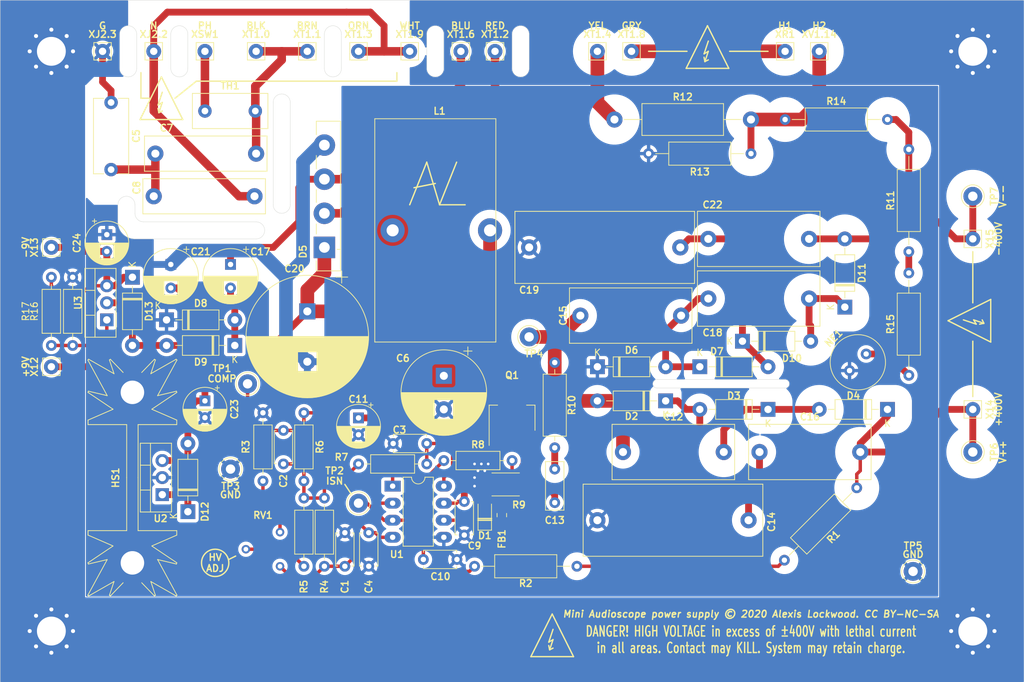
<source format=kicad_pcb>
(kicad_pcb (version 20221018) (generator pcbnew)
  (layers (0 "F.Cu" signal) (31 "B.Cu" signal) (34 "B.Paste" user) (35 "F.Paste" user) (36 "B.SilkS" user "B.Silkscreen") (37 "F.SilkS" user "F.Silkscreen") (38 "B.Mask" user) (39 "F.Mask" user) (44 "Edge.Cuts" user))
  (net 0 "")
  (net 1 "Net-(C2-Pad2)")
  (net 2 "GND")
  (net 3 "Net-(C3-Pad1)")
  (net 4 "+15UNREG")
  (net 5 "Net-(C10-Pad1)")
  (net 6 "Net-(C13-Pad1)")
  (net 7 "+9V")
  (net 8 "Net-(C21-Pad2)")
  (net 9 "Net-(C24-Pad2)")
  (net 10 "Net-(FB1-Pad1)")
  (net 11 "/NEUT")
  (net 12 "/LINE")
  (net 13 "/X2_CENT")
  (net 14 "/LINE_NTC")
  (net 15 "/H2")
  (net 16 "/H1")
  (net 17 "/H2_2")
  (net 18 "/MULT1_400")
  (net 19 "/VSW")
  (net 20 "/SNUB")
  (net 21 "/MULT2_250")
  (net 22 "/+400V")
  (net 23 "/MULT5_250")
  (net 24 "/MULT3_400")
  (net 25 "/MULT4_250")
  (net 26 "/-400V")
  (net 27 "/HALFFB_250")
  (net 28 "Net-(C1-Pad1)")
  (net 29 "Net-(C2-Pad1)")
  (net 30 "Net-(C4-Pad1)")
  (net 31 "Net-(C17-Pad2)")
  (net 32 "Net-(C17-Pad1)")
  (net 33 "Net-(C23-Pad1)")
  (net 34 "Net-(D1-Pad1)")
  (net 35 "Net-(D5-Pad2)")
  (net 36 "Net-(NE1-Pad1)")
  (net 37 "Net-(R3-Pad2)")
  (net 38 "Net-(R5-Pad2)")
  (net 39 "/NEON_250")
  (net 40 "Net-(R16-Pad2)")
  (footprint "Resistor_THT:R_Axial_DIN0309_L9.0mm_D3.2mm_P15.24mm_Horizontal" (layer "F.Cu") (at 96.012 109.728)
    (fp_text reference "R2")
    (fp_text value "330k/½W")
  )
  (footprint "MountingHole:MountingHole_4.3mm_M4_Pad_Via" (layer "F.Cu") (at 170.18 119.38)
    (fp_text reference "H3" hide)
    (fp_text value "GND")
  )
  (footprint "Capacitor_THT:CP_Radial_D6.3mm_P2.50mm" (layer "F.Cu") (at 78.74 87.63 -90)
    (fp_text reference "C11")
    (fp_text value "47u")
  )
  (footprint "Diode_THT:D_DO-41_SOD81_P10.16mm_Horizontal" (layer "F.Cu") (at 135.89 76.2)
    (fp_text reference "D10")
    (fp_text value "UF4007")
  )
  (footprint "Resistor_THT:R_Axial_DIN0207_L6.3mm_D2.5mm_P10.16mm_Horizontal" (layer "F.Cu") (at 91.44 93.98)
    (fp_text reference "R8")
    (fp_text value "1k")
  )
  (footprint "Diode_THT:D_DO-41_SOD81_P10.16mm_Horizontal" (layer "F.Cu") (at 53.34 101.6 90)
    (fp_text reference "D12")
    (fp_text value "1N4004")
  )
  (footprint "Diode_THT:Diode_Bridge_Vishay_GBU" (layer "F.Cu") (at 73.66 62.23 90)
    (fp_text reference "D5")
    (fp_text value "GBU4J")
  )
  (footprint "Diode_THT:D_DO-41_SOD81_P10.16mm_Horizontal" (layer "F.Cu") (at 124.46 85.09 180)
    (fp_text reference "D2")
    (fp_text value "UF4007")
  )
  (footprint "TestPoint:TestPoint_Loop_D2.60mm_Drill1.4mm_Beaded" (layer "F.Cu") (at 59.69 95.25)
    (fp_text reference "TP3")
    (fp_text value "GND")
  )
  (footprint "Diode_THT:D_DO-41_SOD81_P10.16mm_Horizontal" (layer "F.Cu") (at 157.48 86.36 180)
    (fp_text reference "D4")
    (fp_text value "UF4007")
  )
  (footprint "Capacitor_THT:C_Rect_L26.5mm_W10.5mm_P22.50mm_MKS4" (layer "F.Cu") (at 114.3 102.87)
    (fp_text reference "C14")
    (fp_text value "3u3/450")
  )
  (footprint "Connector_Pin:Pin_D1.1mm_L8.5mm_W2.5mm_FlatFork" (layer "F.Cu") (at 170.18 86.36)
    (fp_text reference "X14")
    (fp_text value "+400V")
  )
  (footprint "Package_TO_SOT_THT:TO-220-3_Vertical" (layer "F.Cu") (at 41.275 73.025 90)
    (fp_text reference "U3")
    (fp_text value "LM337")
  )
  (footprint "Resistor_THT:R_Axial_DIN0309_L9.0mm_D3.2mm_P15.24mm_Horizontal" (layer "F.Cu") (at 160.655 81.28 90)
    (fp_text reference "R15")
    (fp_text value "220k/HW")
  )
  (footprint "Connector_Pin:Pin_D1.1mm_L8.5mm_W2.5mm_FlatFork" (layer "F.Cu") (at 63.5 33.02)
    (fp_text reference "XT1.0")
    (fp_text value "BLK")
  )
  (footprint "Connector_Pin:Pin_D1.1mm_L8.5mm_W2.5mm_FlatFork" (layer "F.Cu") (at 86.36 33.02)
    (fp_text reference "XT1.9")
    (fp_text value "WHT")
  )
  (footprint "Resistor_THT:R_Axial_DIN0207_L6.3mm_D2.5mm_P10.16mm_Horizontal" (layer "F.Cu") (at 36.195 66.675 -90)
    (fp_text reference "R16")
    (fp_text value "750")
  )
  (footprint "Resistor_THT:R_Axial_DIN0207_L6.3mm_D2.5mm_P10.16mm_Horizontal" (layer "F.Cu") (at 33.02 66.675 -90)
    (fp_text reference "R17")
    (fp_text value "120")
  )
  (footprint "Connector_Pin:Pin_D1.1mm_L8.5mm_W2.5mm_FlatFork" (layer "F.Cu") (at 119.38 33.02)
    (fp_text reference "XT1.8")
    (fp_text value "GRY")
  )
  (footprint "Connector_Pin:Pin_D1.1mm_L8.5mm_W2.5mm_FlatFork" (layer "F.Cu") (at 33.02 62.23)
    (fp_text reference "X13")
    (fp_text value "-9V")
  )
  (footprint "Resistor_THT:R_Axial_DIN0309_L9.0mm_D3.2mm_P15.24mm_Horizontal" (layer "F.Cu") (at 160.655 62.865 90)
    (fp_text reference "R11")
    (fp_text value "270k/HW")
  )
  (footprint "Inductor_THT:L_Toroid_Vertical_L33.0mm_W17.8mm_P12.70mm_Pulse_KM-5" (layer "F.Cu") (at 83.82 59.69 90)
    (fp_text reference "L1")
    (fp_text value "150u/5A")
  )
  (footprint "Connector_Pin:Pin_D1.1mm_L8.5mm_W2.5mm_FlatFork" (layer "F.Cu") (at 99.06 33.02)
    (fp_text reference "XT1.2")
    (fp_text value "RED")
  )
  (footprint "Capacitor_THT:C_Rect_L18.0mm_W8.0mm_P15.00mm_FKS3_FKP3" (layer "F.Cu") (at 118.11 92.71)
    (fp_text reference "C12")
    (fp_text value "1u/450")
  )
  (footprint "Resistor_THT:R_Axial_DIN0309_L9.0mm_D3.2mm_P12.70mm_Horizontal" (layer "F.Cu") (at 107.95 79.375 -90)
    (fp_text reference "R10")
    (fp_text value "1k5/½W")
  )
  (footprint "Capacitor_THT:CP_Radial_D12.5mm_P5.00mm" (layer "F.Cu") (at 91.44 81.36 -90)
    (fp_text reference "C6")
    (fp_text value "470u")
  )
  (footprint "Resistor_THT:R_Axial_DIN0207_L6.3mm_D2.5mm_P10.16mm_Horizontal" (layer "F.Cu") (at 88.9 94.488 180)
    (fp_text reference "R7")
    (fp_text value "3k3")
  )
  (footprint "Connector_Pin:Pin_D1.1mm_L8.5mm_W2.5mm_FlatFork" (layer "F.Cu") (at 55.88 33.02)
    (fp_text reference "XSW1")
    (fp_text value "PH")
  )
  (footprint "Capacitor_THT:CP_Radial_D8.0mm_P3.50mm" (layer "F.Cu") (at 59.69 64.77 -90)
    (fp_text reference "C17")
    (fp_text value "220u")
  )
  (footprint "Diode_THT:D_DO-41_SOD81_P10.16mm_Horizontal" (layer "F.Cu") (at 50.165 73.025)
    (fp_text reference "D8")
    (fp_text value "1N4007")
  )
  (footprint "Connector_Pin:Pin_D1.1mm_L8.5mm_W2.5mm_FlatFork" (layer "F.Cu") (at 114.3 33.02)
    (fp_text reference "XT1.4")
    (fp_text value "YEL")
  )
  (footprint "TestPoint:TestPoint_Loop_D2.60mm_Drill1.4mm_Beaded" (layer "F.Cu") (at 170.18 54.61)
    (fp_text reference "TP7")
    (fp_text value "V--")
  )
  (footprint "Heatsink:Heatsink_Fischer_SK104-STCB_35x13mm__2xDrill3.5mm_ScrewM3" (layer "F.Cu") (at 45.085 96.52 90)
    (fp_text reference "HS1")
    (fp_text value "513102B02500G")
  )
  (footprint "mini-audioscope:stock_pot" (layer "F.Cu") (at 67.056 109.728)
    (fp_text reference "RV1")
    (fp_text value "500")
  )
  (footprint "Capacitor_THT:C_Rect_L18.0mm_W8.0mm_P15.00mm_FKS3_FKP3" (layer "F.Cu") (at 111.76 72.39)
    (fp_text reference "C15")
    (fp_text value "1u/450")
  )
  (footprint "Capacitor_THT:C_Rect_L18.0mm_W8.0mm_P15.00mm_FKS3_FKP3" (layer "F.Cu") (at 130.81 60.96)
    (fp_text reference "C22")
    (fp_text value "1u/450")
  )
  (footprint "Connector_Pin:Pin_D1.1mm_L8.5mm_W2.5mm_FlatFork" (layer "F.Cu") (at 33.02 80.01)
    (fp_text reference "X12")
    (fp_text value "+9V")
  )
  (footprint "MountingHole:MountingHole_4.3mm_M4_Pad_Via" (layer "F.Cu") (at 33.02 119.38)
    (fp_text reference "H2" hide)
    (fp_text value "GND")
  )
  (footprint "Inductor_SMD:L_0805_2012Metric_Pad1.15x1.40mm_HandSolder" (layer "F.Cu") (at 100.076 102.108 90)
    (fp_text reference "FB1")
    (fp_text value "742792023")
  )
  (footprint "Capacitor_THT:C_Rect_L18.0mm_W8.0mm_P15.00mm_FKS3_FKP3" (layer "F.Cu") (at 130.81 69.85)
    (fp_text reference "C18")
    (fp_text value "1u/450")
  )
  (footprint "Resistor_THT:R_Axial_DIN0309_L9.0mm_D3.2mm_P15.24mm_Horizontal" (layer "F.Cu") (at 142.24 43.18)
    (fp_text reference "R14")
    (fp_text value "220k/HW")
  )
  (footprint "Capacitor_THT:C_Disc_D4.7mm_W2.5mm_P5.00mm" (layer "F.Cu") (at 80.264 104.728 -90)
    (fp_text reference "C4")
    (fp_text value "4n7")
  )
  (footprint "Capacitor_THT:C_Rect_L18.0mm_W5.0mm_P15.00mm_FKS3_FKP3" (layer "F.Cu") (at 48.26 54.61)
    (fp_text reference "C8")
    (fp_text value "47n/X2")
  )
  (footprint "Connector_Pin:Pin_D1.1mm_L8.5mm_W2.5mm_FlatFork" (layer "F.Cu") (at 142.24 33.02)
    (fp_text reference "XR1")
    (fp_text value "H1")
  )
  (footprint "TestPoint:TestPoint_Loop_D2.60mm_Drill1.4mm_Beaded" (layer "F.Cu") (at 62.23 82.55)
    (fp_text reference "TP1")
    (fp_text value "COMP")
  )
  (footprint "Connector_Pin:Pin_D1.1mm_L8.5mm_W2.5mm_FlatFork" (layer "F.Cu") (at 147.32 33.02)
    (fp_text reference "XV1.14")
    (fp_text value "H2")
  )
  (footprint "Connector_Pin:Pin_D1.1mm_L8.5mm_W2.5mm_FlatFork" (layer "F.Cu") (at 170.18 60.96)
    (fp_text reference "X15")
    (fp_text value "-400V")
  )
  (footprint "Capacitor_THT:CP_Radial_D6.3mm_P2.50mm" (layer "F.Cu") (at 55.88 85.09 -90)
    (fp_text reference "C23")
    (fp_text value "47u")
  )
  (footprint "MountingHole:MountingHole_4.3mm_M4_Pad_Via" (layer "F.Cu") (at 33.02 33.02)
    (fp_text reference "H1" hide)
    (fp_text value "GND")
  )
  (footprint "TestPoint:TestPoint_Loop_D2.60mm_Drill1.4mm_Beaded" (layer "F.Cu") (at 104.14 75.565)
    (fp_text reference "TP4")
    (fp_text value "VSW")
  )
  (footprint "Resistor_THT:R_Axial_DIN0207_L6.3mm_D2.5mm_P10.16mm_Horizontal" (layer "F.Cu") (at 73.66 99.568 -90)
    (fp_text reference "R4")
    (fp_text value "10k")
  )
  (footprint "Diode_THT:D_DO-41_SOD81_P10.16mm_Horizontal" (layer "F.Cu") (at 114.3 80.01)
    (fp_text reference "D6")
    (fp_text value "UF4007")
  )
  (footprint "Connector_Pin:Pin_D1.1mm_L8.5mm_W2.5mm_FlatFork" (layer "F.Cu") (at 71.12 33.02)
    (fp_text reference "XT1.1")
    (fp_text value "BRN")
  )
  (footprint "Resistor_THT:R_Axial_DIN0207_L6.3mm_D2.5mm_P10.16mm_Horizontal" (layer "F.Cu") (at 70.612 99.568 -90)
    (fp_text reference "R5")
    (fp_text value "3k3")
  )
  (footprint "Diode_SMD:D_SOD-123" (layer "F.Cu") (at 97.536 102.108 90)
    (fp_text reference "D1")
    (fp_text value "MBR0540")
  )
  (footprint "Resistor_THT:R_Axial_DIN0309_L9.0mm_D3.2mm_P15.24mm_Horizontal" (layer "F.Cu") (at 137.16 48.26 180)
    (fp_text reference "R13")
    (fp_text value "680k/HW")
  )
  (footprint "Package_TO_SOT_THT:TO-220-3_Vertical" (layer "F.Cu") (at 49.53 99.06 90)
    (fp_text reference "U2")
    (fp_text value "7809")
  )
  (footprint "Capacitor_THT:C_Disc_D4.7mm_W2.5mm_P5.00mm" (layer "F.Cu") (at 88.9 91.44 180)
    (fp_text reference "C3")
    (fp_text value "100n")
  )
  (footprint "Resistor_THT:R_Axial_DIN0414_L11.9mm_D4.5mm_P20.32mm_Horizontal" (layer "F.Cu") (at 116.84 43.18)
    (fp_text reference "R12")
    (fp_text value "3R9/1W")
  )
  (footprint "TestPoint:TestPoint_Loop_D2.60mm_Drill1.4mm_Beaded" (layer "F.Cu") (at 161.29 110.49)
    (fp_text reference "TP5")
    (fp_text value "GND")
  )
  (footprint "Connector_Pin:Pin_D1.1mm_L8.5mm_W2.5mm_FlatFork" (layer "F.Cu") (at 40.64 33.02)
    (fp_text reference "XJ2.3")
    (fp_text value "G")
  )
  (footprint "Capacitor_THT:C_Disc_D7.0mm_W2.5mm_P5.00mm" (layer "F.Cu") (at 107.95 100.25 90)
    (fp_text reference "C13")
    (fp_text value "100p/500V")
  )
  (footprint "Connector_Pin:Pin_D1.1mm_L8.5mm_W2.5mm_FlatFork" (layer "F.Cu") (at 78.74 33.02)
    (fp_text reference "XT1.3")
    (fp_text value "ORN")
  )
  (footprint "Diode_THT:D_DO-41_SOD81_P10.16mm_Horizontal" (layer "F.Cu") (at 60.325 76.835 180)
    (fp_text reference "D9")
    (fp_text value "1N4007")
  )
  (footprint "Package_DIP:DIP-8_W7.62mm_LongPads" (layer "F.Cu") (at 83.82 97.79)
    (fp_text reference "U1")
    (fp_text value "UC3843")
  )
  (footprint "Connector_Pin:Pin_D1.1mm_L8.5mm_W2.5mm_FlatFork" (layer "F.Cu") (at 48.26 33.02)
    (fp_text reference "XJ2.2")
    (fp_text value "N")
  )
  (footprint "Capacitor_THT:C_Disc_D4.7mm_W2.5mm_P5.00mm" (layer "F.Cu") (at 67.564 94.488 90)
    (fp_text reference "C2")
    (fp_text value "470p")
  )
  (footprint "Capacitor_THT:C_Disc_D4.7mm_W2.5mm_P5.00mm" (layer "F.Cu") (at 88.392 108.712)
    (fp_text reference "C10")
    (fp_text value "100p")
  )
  (footprint "Capacitor_THT:CP_Radial_D18.0mm_P7.50mm" (layer "F.Cu") (at 71.12 71.755 -90)
    (fp_text reference "C20")
    (fp_text value "3300u")
  )
  (footprint "Capacitor_THT:C_Rect_L18.0mm_W5.0mm_P15.00mm_FKS3_FKP3" (layer "F.Cu") (at 63.5 48.26 180)
    (fp_text reference "C7")
    (fp_text value "47n/X2")
  )
  (footprint "Resistor_THT:R_Axial_DIN0309_L9.0mm_D3.2mm_P15.24mm_Horizontal" (layer "F.Cu") (at 152.908 98.044 -135)
    (fp_text reference "R1")
    (fp_text value "330k/½W")
  )
  (footprint "Capacitor_THT:C_Disc_D11.0mm_W5.0mm_P7.50mm" (layer "F.Cu") (at 55.88 41.91)
    (fp_text reference "TH1")
    (fp_text value "60/800mA")
  )
  (footprint "TestPoint:TestPoint_Loop_D2.60mm_Drill1.4mm_Beaded" (layer "F.Cu") (at 78.74 100.33)
    (fp_text reference "TP2")
    (fp_text value "ISN")
  )
  (footprint "Capacitor_THT:C_Rect_L26.5mm_W10.5mm_P22.50mm_MKS4" (layer "F.Cu") (at 104.14 62.23)
    (fp_text reference "C19")
    (fp_text value "3u3/450")
  )
  (footprint "Resistor_SMD:R_2512_6332Metric_Pad1.52x3.35mm_HandSolder" (layer "F.Cu") (at 100.6445 97.536 180)
    (fp_text reference "R9")
    (fp_text value "0R27/1W")
  )
  (footprint "Connector_Pin:Pin_D1.1mm_L8.5mm_W2.5mm_FlatFork" (layer "F.Cu") (at 93.98 33.02)
    (fp_text reference "XT1.6")
    (fp_text value "BLU")
  )
  (footprint "Capacitor_THT:C_Disc_D4.7mm_W2.5mm_P5.00mm" (layer "F.Cu") (at 94.488 100.076 -90)
    (fp_text reference "C9")
    (fp_text value "100n")
  )
  (footprint "Capacitor_THT:C_Disc_D11.0mm_W5.0mm_P10.00mm" (layer "F.Cu") (at 41.91 40.64 -90)
    (fp_text reference "C5")
    (fp_text value "2n2/Y2")
  )
  (footprint "Capacitor_THT:C_Radial_D8.0mm_H11.5mm_P3.50mm" (layer "F.Cu") (at 154.305 78.105 -135)
    (fp_text reference "NE1")
    (fp_text value "A9A")
  )
  (footprint "Resistor_THT:R_Axial_DIN0207_L6.3mm_D2.5mm_P10.16mm_Horizontal" (layer "F.Cu") (at 70.612 86.868 -90)
    (fp_text reference "R6")
    (fp_text value "150k")
  )
  (footprint "Diode_THT:D_DO-41_SOD81_P10.16mm_Horizontal" (layer "F.Cu") (at 139.7 86.36 180)
    (fp_text reference "D3")
    (fp_text value "UF4007")
  )
  (footprint "Package_TO_SOT_SMD:SOT-223-3_TabPin2" (layer "F.Cu") (at 101.6 87.63 90)
    (fp_text reference "Q1")
    (fp_text value "IPN70R1K5CE")
  )
  (footprint "Diode_THT:D_DO-41_SOD81_P10.16mm_Horizontal" (layer "F.Cu") (at 151.13 71.12 90)
    (fp_text reference "D11")
    (fp_text value "UF4007")
  )
  (footprint "Resistor_THT:R_Axial_DIN0207_L6.3mm_D2.5mm_P10.16mm_Horizontal" (layer "F.Cu") (at 64.516 86.868 -90)
    (fp_text reference "R3")
    (fp_text value "3k9")
  )
  (footprint "Capacitor_THT:CP_Radial_D6.3mm_P2.50mm" (layer "F.Cu") (at 41.275 60.325 -90)
    (fp_text reference "C24")
    (fp_text value "47u")
  )
  (footprint "Capacitor_THT:C_Disc_D4.7mm_W2.5mm_P5.00mm" (layer "F.Cu") (at 76.708 109.728 90)
    (fp_text reference "C1")
    (fp_text value "100p")
  )
  (footprint "Capacitor_THT:CP_Radial_D8.0mm_P3.50mm" (layer "F.Cu") (at 50.8 64.77 -90)
    (fp_text reference "C21")
    (fp_text value "220u")
  )
  (footprint "MountingHole:MountingHole_4.3mm_M4_Pad_Via" (layer "F.Cu") (at 170.18 33.02)
    (fp_text reference "H4" hide)
    (fp_text value "GND")
  )
  (footprint "Diode_THT:D_DO-41_SOD81_P10.16mm_Horizontal" (layer "F.Cu") (at 129.54 80.01)
    (fp_text reference "D7")
    (fp_text value "UF4007")
  )
  (footprint "Diode_THT:D_DO-41_SOD81_P10.16mm_Horizontal" (layer "F.Cu") (at 45.085 66.675 -90)
    (fp_text reference "D13")
    (fp_text value "1N4004")
  )
  (footprint "Capacitor_THT:C_Rect_L18.0mm_W8.0mm_P15.00mm_FKS3_FKP3" (layer "F.Cu") (at 138.43 92.71)
    (fp_text reference "C16")
    (fp_text value "1u/450")
  )
  (footprint "TestPoint:TestPoint_Loop_D2.60mm_Drill1.4mm_Beaded" (layer "F.Cu") (at 170.18 92.71)
    (fp_text reference "TP6")
    (fp_text value "V++")
  )
  (gr_line (start 130.175 33.909) (end 130.302 34.544) (stroke (width 0.2032)) (layer "F.SilkS"))
  (gr_line (start 170.307 73.025) (end 171.831 73.533) (stroke (width 0.2032)) (layer "F.SilkS"))
  (gr_line (start 130.683 29.21) (end 133.858 35.56) (stroke (width 0.2032)) (layer "F.SilkS"))
  (gr_line (start 86.36 55.88) (end 88.9 49.53) (stroke (width 0.2032)) (layer "F.SilkS"))
  (gr_line (start 88.9 49.53) (end 90.805 55.88) (stroke (width 0.2032)) (layer "F.SilkS"))
  (gr_line (start 130.81 33.02) (end 130.302 34.544) (stroke (width 0.2032)) (layer "F.SilkS"))
  (gr_line (start 130.81 34.29) (end 130.302 34.544) (stroke (width 0.2032)) (layer "F.SilkS"))
  (gr_line (start 96.52 102.616) (end 98.552 102.616) (stroke (width 0.2032)) (layer "F.SilkS"))
  (gr_line (start 49.53 39.116) (end 48.895 41.021) (stroke (width 0.2032)) (layer "F.SilkS"))
  (gr_line (start 127.508 35.56) (end 130.683 29.21) (stroke (width 0.2032)) (layer "F.SilkS"))
  (gr_line (start 84.455 37.465) (end 84.455 36.195) (stroke (width 0.2032)) (layer "F.SilkS"))
  (gr_line (start 51.435 40.005) (end 54.61 37.465) (stroke (width 0.2032)) (layer "F.SilkS"))
  (gr_line (start 130.175 33.401) (end 130.81 33.02) (stroke (width 0.2032)) (layer "F.SilkS"))
  (gr_line (start 172.847 69.977) (end 172.847 76.327) (stroke (width 0.2032)) (layer "F.SilkS"))
  (gr_line (start 110.744 123.19) (end 104.394 123.19) (stroke (width 0.2032)) (layer "F.SilkS"))
  (gr_line (start 107.569 116.84) (end 110.744 123.19) (stroke (width 0.2032)) (layer "F.SilkS"))
  (gr_line (start 52.578 43.18) (end 46.228 43.18) (stroke (width 0.2032)) (layer "F.SilkS"))
  (gr_line (start 46.228 43.18) (end 49.403 36.83) (stroke (width 0.2032)) (layer "F.SilkS"))
  (gr_line (start 171.196 73.66) (end 171.831 73.533) (stroke (width 0.2032)) (layer "F.SilkS"))
  (gr_line (start 170.18 62.865) (end 170.18 70.485) (stroke (width 0.2032)) (layer "F.SilkS"))
  (gr_line (start 48.895 41.021) (end 49.53 40.64) (stroke (width 0.2032)) (layer "F.SilkS"))
  (gr_line (start 133.858 35.56) (end 127.508 35.56) (stroke (width 0.2032)) (layer "F.SilkS"))
  (gr_line (start 90.805 55.88) (end 93.345 49.53) (stroke (width 0.2032)) (layer "F.SilkS"))
  (gr_line (start 107.061 121.031) (end 107.696 120.65) (stroke (width 0.2032)) (layer "F.SilkS"))
  (gr_line (start 54.61 37.465) (end 84.455 37.465) (stroke (width 0.2032)) (layer "F.SilkS"))
  (gr_line (start 48.895 41.529) (end 49.022 42.164) (stroke (width 0.2032)) (layer "F.SilkS"))
  (gr_line (start 107.696 119.126) (end 107.061 121.031) (stroke (width 0.2032)) (layer "F.SilkS"))
  (gr_line (start 107.696 121.92) (end 107.188 122.174) (stroke (width 0.2032)) (layer "F.SilkS"))
  (gr_line (start 90.805 55.88) (end 94.615 55.88) (stroke (width 0.2032)) (layer "F.SilkS"))
  (gr_line (start 46.355 40.005) (end 47.625 40.005) (stroke (width 0.2032)) (layer "F.SilkS"))
  (gr_line (start 170.688 73.66) (end 170.307 73.025) (stroke (width 0.2032)) (layer "F.SilkS"))
  (gr_line (start 121.92 33.02) (end 127.635 33.02) (stroke (width 0.2032)) (layer "F.SilkS"))
  (gr_line (start 107.696 120.65) (end 107.188 122.174) (stroke (width 0.2032)) (layer "F.SilkS"))
  (gr_line (start 96.52 102.87) (end 98.552 102.87) (stroke (width 0.2032)) (layer "F.SilkS"))
  (gr_line (start 104.394 123.19) (end 107.569 116.84) (stroke (width 0.2032)) (layer "F.SilkS"))
  (gr_line (start 59.436 108.712) (end 60.452 108.204) (stroke (width 0.2032)) (layer "F.SilkS"))
  (gr_line (start 107.061 121.539) (end 107.188 122.174) (stroke (width 0.2032)) (layer "F.SilkS"))
  (gr_line (start 168.783 73.025) (end 170.688 73.66) (stroke (width 0.2032)) (layer "F.SilkS"))
  (gr_line (start 86.995 53.34) (end 90.17 52.705) (stroke (width 0.2032)) (layer "F.SilkS"))
  (gr_line (start 76.708 97.536) (end 77.724 99.06) (stroke (width 0.2032)) (layer "F.SilkS"))
  (gr_line (start 166.497 73.152) (end 172.847 69.977) (stroke (width 0.2032)) (layer "F.SilkS"))
  (gr_line (start 172.847 76.327) (end 166.497 73.152) (stroke (width 0.2032)) (layer "F.SilkS"))
  (gr_line (start 170.18 76.2) (end 170.18 84.455) (stroke (width 0.2032)) (layer "F.SilkS"))
  (gr_line (start 133.985 33.02) (end 139.7 33.02) (stroke (width 0.2032)) (layer "F.SilkS"))
  (gr_line (start 49.53 41.91) (end 49.022 42.164) (stroke (width 0.2032)) (layer "F.SilkS"))
  (gr_line (start 171.577 73.025) (end 171.831 73.533) (stroke (width 0.2032)) (layer "F.SilkS"))
  (gr_circle (center 57.404 109.22) (end 57.404 107.188) (stroke (width 0.2032)) (fill none) (layer "F.SilkS"))
  (gr_line (start 49.53 40.64) (end 49.022 42.164) (stroke (width 0.2032)) (layer "F.SilkS"))
  (gr_line (start 130.81 31.496) (end 130.175 33.401) (stroke (width 0.2032)) (layer "F.SilkS"))
  (gr_line (start 49.403 36.83) (end 52.578 43.18) (stroke (width 0.2032)) (layer "F.SilkS"))
  (gr_line (start 46.355 36.195) (end 46.355 40.005) (stroke (width 0.2032)) (layer "F.SilkS"))
  (gr_arc (start 73.66 30.48) (mid 74.93 29.21) (end 76.2 30.48) (stroke (width 0.05)) (layer "Edge.Cuts"))
  (gr_arc (start 50.8 30.48) (mid 52.07 29.21) (end 53.34 30.48) (stroke (width 0.05)) (layer "Edge.Cuts"))
  (gr_line (start 45.72 30.48) (end 45.72 35.56) (stroke (width 0.05)) (layer "Edge.Cuts"))
  (gr_line (start 46.736 58.42) (end 63.5 58.42) (stroke (width 0.05)) (layer "Edge.Cuts"))
  (gr_arc (start 142.24 81.915) (mid 142.875 82.55) (end 142.24 83.185) (stroke (width 0.05)) (layer "Edge.Cuts"))
  (gr_line (start 25.4 25.4) (end 177.8 25.4) (stroke (width 0.05)) (layer "Edge.Cuts"))
  (gr_line (start 88.9 30.48) (end 88.9 35.56) (stroke (width 0.05)) (layer "Edge.Cuts"))
  (gr_line (start 63.5 60.96) (end 45.466 60.96) (stroke (width 0.05)) (layer "Edge.Cuts"))
  (gr_line (start 177.8 127) (end 25.4 127) (stroke (width 0.05)) (layer "Edge.Cuts"))
  (gr_line (start 43.18 30.48) (end 43.18 35.56) (stroke (width 0.05)) (layer "Edge.Cuts"))
  (gr_line (start 45.466 57.15) (end 45.466 55.88) (stroke (width 0.05)) (layer "Edge.Cuts"))
  (gr_line (start 66.04 40.64) (end 66.04 55.88) (stroke (width 0.05)) (layer "Edge.Cuts"))
  (gr_arc (start 76.2 35.56) (mid 74.93 36.83) (end 73.66 35.56) (stroke (width 0.05)) (layer "Edge.Cuts"))
  (gr_line (start 25.4 127) (end 25.4 25.4) (stroke (width 0.05)) (layer "Edge.Cuts"))
  (gr_arc (start 68.58 55.88) (mid 67.31 57.15) (end 66.04 55.88) (stroke (width 0.05)) (layer "Edge.Cuts"))
  (gr_line (start 123.19 81.915) (end 142.24 81.915) (stroke (width 0.05)) (layer "Edge.Cuts"))
  (gr_line (start 73.66 30.48) (end 73.66 35.56) (stroke (width 0.05)) (layer "Edge.Cuts"))
  (gr_arc (start 104.14 35.56) (mid 102.87 36.83) (end 101.6 35.56) (stroke (width 0.05)) (layer "Edge.Cuts"))
  (gr_line (start 76.2 30.48) (end 76.2 35.56) (stroke (width 0.05)) (layer "Edge.Cuts"))
  (gr_line (start 68.58 55.88) (end 68.58 40.64) (stroke (width 0.05)) (layer "Edge.Cuts"))
  (gr_line (start 50.8 30.48) (end 50.8 35.56) (stroke (width 0.05)) (layer "Edge.Cuts"))
  (gr_line (start 104.14 30.48) (end 104.14 35.56) (stroke (width 0.05)) (layer "Edge.Cuts"))
  (gr_line (start 53.34 30.48) (end 53.34 35.56) (stroke (width 0.05)) (layer "Edge.Cuts"))
  (gr_arc (start 46.736 58.42) (mid 45.837974 58.048026) (end 45.466 57.15) (stroke (width 0.05)) (layer "Edge.Cuts"))
  (gr_arc (start 45.466 60.96) (mid 43.669949 60.216051) (end 42.926 58.42) (stroke (width 0.05)) (layer "Edge.Cuts"))
  (gr_arc (start 123.19 83.185) (mid 122.555 82.55) (end 123.19 81.915) (stroke (width 0.05)) (layer "Edge.Cuts"))
  (gr_line (start 177.8 25.4) (end 177.8 127) (stroke (width 0.05)) (layer "Edge.Cuts"))
  (gr_arc (start 43.18 30.48) (mid 44.45 29.21) (end 45.72 30.48) (stroke (width 0.05)) (layer "Edge.Cuts"))
  (gr_arc (start 63.5 58.42) (mid 64.77 59.69) (end 63.5 60.96) (stroke (width 0.05)) (layer "Edge.Cuts"))
  (gr_line (start 101.6 30.48) (end 101.6 35.56) (stroke (width 0.05)) (layer "Edge.Cuts"))
  (gr_arc (start 42.926 55.88) (mid 44.196 54.61) (end 45.466 55.88) (stroke (width 0.05)) (layer "Edge.Cuts"))
  (gr_arc (start 66.04 40.64) (mid 67.31 39.37) (end 68.58 40.64) (stroke (width 0.05)) (layer "Edge.Cuts"))
  (gr_line (start 142.24 83.185) (end 123.19 83.185) (stroke (width 0.05)) (layer "Edge.Cuts"))
  (gr_arc (start 53.34 35.56) (mid 52.07 36.83) (end 50.8 35.56) (stroke (width 0.05)) (layer "Edge.Cuts"))
  (gr_line (start 42.926 58.42) (end 42.926 55.88) (stroke (width 0.05)) (layer "Edge.Cuts"))
  (gr_arc (start 45.72 35.56) (mid 44.45 36.83) (end 43.18 35.56) (stroke (width 0.05)) (layer "Edge.Cuts"))
  (gr_arc (start 101.6 30.48) (mid 102.87 29.21) (end 104.14 30.48) (stroke (width 0.05)) (layer "Edge.Cuts"))
  (gr_arc (start 91.44 35.56) (mid 90.17 36.83) (end 88.9 35.56) (stroke (width 0.05)) (layer "Edge.Cuts"))
  (gr_line (start 91.44 30.48) (end 91.44 35.56) (stroke (width 0.05)) (layer "Edge.Cuts"))
  (gr_arc (start 88.9 30.48) (mid 90.17 29.21) (end 91.44 30.48) (stroke (width 0.05)) (layer "Edge.Cuts"))
  (gr_text "HV\nADJ" (at 57.404 109.22) (layer "F.SilkS") (effects (font (size 1.016 1.016) (thickness 0.2032))))
  (gr_text "DANGER! HIGH VOLTAGE in excess of ±400V with lethal current\nin all areas. Contact may KILL. System may retain charge." (at 137.16 120.65) (layer "F.SilkS") (effects (font (size 1.524 1.016) (thickness 0.2032))))
  (gr_text "Mini Audioscope power supply © 2020 Alexis Lockwood. CC BY-NC-SA" (at 137.16 116.84) (layer "F.SilkS") (effects (font (size 1.016 1.016) (thickness 0.2032) italic)))
  (segment (start 83.82 93.98) (end 83.82 97.79) (width 0.508) (layer "F.Cu") (net 1))
  (segment (start 62.23 88.265) (end 62.23 82.55) (width 0.508) (layer "F.Cu") (net 1))
  (segment (start 81.28 91.44) (end 83.82 93.98) (width 0.508) (layer "F.Cu") (net 1))
  (segment (start 70.612 88.773) (end 69.897 89.488) (width 0.508) (layer "F.Cu") (net 1))
  (segment (start 69.897 89.488) (end 67.564 89.488) (width 0.508) (layer "F.Cu") (net 1))
  (segment (start 70.612 86.868) (end 70.612 88.773) (width 0.508) (layer "F.Cu") (net 1))
  (segment (start 63.453 89.488) (end 62.23 88.265) (width 0.508) (layer "F.Cu") (net 1))
  (segment (start 77.47 91.44) (end 81.28 91.44) (width 0.508) (layer "F.Cu") (net 1))
  (segment (start 70.612 86.868) (end 72.898 86.868) (width 0.508) (layer "F.Cu") (net 1))
  (segment (start 72.898 86.868) (end 77.47 91.44) (width 0.508) (layer "F.Cu") (net 1))
  (segment (start 67.564 89.488) (end 63.453 89.488) (width 0.508) (layer "F.Cu") (net 1))
  (segment (start 97.536 100.458) (end 97.536 97.657) (width 0.25) (layer "F.Cu") (net 2))
  (segment (start 41.91 38.862) (end 40.64 37.592) (width 1) (layer "F.Cu") (net 2))
  (segment (start 41.91 40.64) (end 41.91 38.862) (width 1) (layer "F.Cu") (net 2))
  (segment (start 40.64 37.592) (end 40.64 33.02) (width 1) (layer "F.Cu") (net 2))
  (segment (start 97.536 97.657) (end 97.657 97.536) (width 0.25) (layer "F.Cu") (net 2))
  (via (at 97.028 94.488) (size 0.8) (drill 0.4) (layers "F.Cu" "B.Cu") (net 2))
  (via (at 97.536 95.504) (size 0.8) (drill 0.4) (layers "F.Cu" "B.Cu") (net 2))
  (via (at 96.012 94.488) (size 0.8) (drill 0.4) (layers "F.Cu" "B.Cu") (net 2))
  (via (at 96.012 96.52) (size 0.8) (drill 0.4) (layers "F.Cu" "B.Cu") (net 2))
  (via (at 98.044 94.488) (size 0.8) (drill 0.4) (layers "F.Cu" "B.Cu") (net 2))
  (via (at 96.012 97.79) (size 0.8) (drill 0.4) (layers "F.Cu" "B.Cu") (net 2))
  (via (at 96.52 95.504) (size 0.8) (drill 0.4) (layers "F.Cu" "B.Cu") (net 2))
  (segment (start 63.969999 62.699999) (end 67.945 66.675) (width 2.032) (layer "B.Cu") (net 2))
  (segment (start 71.12 79.255) (end 71.12 82.55) (width 1.016) (layer "B.Cu") (net 2))
  (segment (start 50.8 64.77) (end 47.625 64.77) (width 1.016) (layer "B.Cu") (net 2))
  (segment (start 67.945 66.675) (end 67.945 76.08) (width 2.032) (layer "B.Cu") (net 2))
  (segment (start 67.945 76.08) (end 71.12 79.255) (width 2.032) (layer "B.Cu") (net 2))
  (segment (start 70.485 49.53) (end 70.485 64.135) (width 2.032) (layer "B.Cu") (net 2))
  (segment (start 50.8 64.77) (end 52.870001 62.699999) (width 2.032) (layer "B.Cu") (net 2))
  (segment (start 73.66 46.99) (end 73.025 46.99) (width 2.032) (layer "B.Cu") (net 2))
  (segment (start 52.870001 62.699999) (end 63.969999 62.699999) (width 2.032) (layer "B.Cu") (net 2))
  (segment (start 71.12 79.255) (end 74.81 79.255) (width 1.016) (layer "B.Cu") (net 2))
  (segment (start 73.025 46.99) (end 70.485 49.53) (width 2.032) (layer "B.Cu") (net 2))
  (segment (start 70.485 64.135) (end 67.945 66.675) (width 2.032) (layer "B.Cu") (net 2))
  (segment (start 92.748001 92.113001) (end 92.075 91.44) (width 0.508) (layer "F.Cu") (net 3))
  (segment (start 88.9 91.44) (end 88.9 94.488) (width 0.508) (layer "F.Cu") (net 3))
  (segment (start 91.44 97.79) (end 91.44 96.52) (width 0.508) (layer "F.Cu") (net 3))
  (segment (start 92.075 91.44) (end 88.9 91.44) (width 0.508) (layer "F.Cu") (net 3))
  (segment (start 92.748001 95.211999) (end 92.748001 92.113001) (width 0.508) (layer "F.Cu") (net 3))
  (segment (start 91.44 96.52) (end 92.748001 95.211999) (width 0.508) (layer "F.Cu") (net 3))
  (segment (start 71.12 71.755) (end 71.12 68.58) (width 2.032) (layer "F.Cu") (net 4))
  (segment (start 58.42 90.805) (end 53.34 95.885) (width 1.016) (layer "F.Cu") (net 4))
  (segment (start 71.12 68.58) (end 73.66 66.04) (width 2.032) (layer "F.Cu") (net 4))
  (segment (start 58.42 81.915) (end 58.42 90.805) (width 1.016) (layer "F.Cu") (net 4))
  (segment (start 76.835 71.755) (end 86.44 81.36) (width 2.032) (layer "F.Cu") (net 4))
  (segment (start 83.82 66.675) (end 83.82 59.69) (width 5.08) (layer "F.Cu") (net 4))
  (segment (start 53.34 99.06) (end 53.34 101.6) (width 1.016) (layer "F.Cu") (net 4))
  (segment (start 86.44 81.36) (end 91.44 81.36) (width 2.032) (layer "F.Cu") (net 4))
  (segment (start 91.44 74.295) (end 83.82 66.675) (width 5.08) (layer "F.Cu") (net 4))
  (segment (start 49.53 99.06) (end 53.34 99.06) (width 1.016) (layer "F.Cu") (net 4))
  (segment (start 91.44 81.36) (end 91.44 74.295) (width 5.08) (layer "F.Cu") (net 4))
  (segment (start 73.66 66.04) (end 73.66 62.23) (width 2.032) (layer "F.Cu") (net 4))
  (segment (start 71.12 71.755) (end 63.5 79.375) (width 1.016) (layer "F.Cu") (net 4))
  (segment (start 60.96 79.375) (end 58.42 81.915) (width 1.016) (layer "F.Cu") (net 4))
  (segment (start 63.5 79.375) (end 60.96 79.375) (width 1.016) (layer "F.Cu") (net 4))
  (segment (start 53.34 95.885) (end 53.34 99.06) (width 1.016) (layer "F.Cu") (net 4))
  (segment (start 71.12 71.755) (end 76.835 71.755) (width 2.032) (layer "F.Cu") (net 4))
  (segment (start 83.82 102.87) (end 88.265 102.87) (width 0.508) (layer "F.Cu") (net 5))
  (segment (start 82.55 102.87) (end 83.82 102.87) (width 0.508) (layer "F.Cu") (net 5))
  (segment (start 78.74 100.33) (end 80.01 100.33) (width 0.508) (layer "F.Cu") (net 5))
  (segment (start 88.392 97.028) (end 88.392 102.743) (width 0.508) (layer "F.Cu") (net 5))
  (segment (start 91.44 93.98) (end 88.392 97.028) (width 0.508) (layer "F.Cu") (net 5))
  (segment (start 88.392 102.743) (end 88.392 108.712) (width 0.508) (layer "F.Cu") (net 5))
  (segment (start 88.265 102.87) (end 88.392 102.743) (width 0.508) (layer "F.Cu") (net 5))
  (segment (start 80.01 100.33) (end 82.55 102.87) (width 0.508) (layer "F.Cu") (net 5))
  (segment (start 101.981 97.536) (end 101.6 97.155) (width 0.508) (layer "F.Cu") (net 6))
  (segment (start 101.6 97.155) (end 101.6 95.885) (width 0.508) (layer "F.Cu") (net 6))
  (segment (start 103.632 97.536) (end 101.981 97.536) (width 0.508) (layer "F.Cu") (net 6))
  (segment (start 103.9 90.78) (end 103.9 94.728) (width 2) (layer "F.Cu") (net 6))
  (segment (start 107.95 99.06) (end 106.426 97.536) (width 1) (layer "F.Cu") (net 6))
  (segment (start 107.95 100.25) (end 107.95 99.06) (width 1) (layer "F.Cu") (net 6))
  (segment (start 106.426 97.536) (end 103.632 97.536) (width 1) (layer "F.Cu") (net 6))
  (segment (start 103.632 94.996) (end 103.632 97.536) (width 2) (layer "F.Cu") (net 6))
  (segment (start 101.6 93.98) (end 101.6 95.885) (width 0.508) (layer "F.Cu") (net 6))
  (segment (start 103.9 94.728) (end 103.632 94.996) (width 2) (layer "F.Cu") (net 6))
  (segment (start 93.599 100.076) (end 93.345 100.33) (width 0.508) (layer "F.Cu") (net 7))
  (segment (start 82.55 87.63) (end 78.74 87.63) (width 1.016) (layer "F.Cu") (net 7))
  (segment (start 91.44 100.33) (end 93.345 100.33) (width 0.508) (layer "F.Cu") (net 7))
  (segment (start 94.488 100.076) (end 94.488 92.416146) (width 1.016) (layer "F.Cu") (net 7))
  (segment (start 94.488 91.44) (end 92.456 89.408) (width 1.016) (layer "F.Cu") (net 7))
  (segment (start 84.328 89.408) (end 82.55 87.63) (width 1.016) (layer "F.Cu") (net 7))
  (segment (start 94.488 92.416146) (end 94.488 91.44) (width 1.016) (layer "F.Cu") (net 7))
  (segment (start 92.456 89.408) (end 84.328 89.408) (width 1.016) (layer "F.Cu") (net 7))
  (segment (start 94.488 100.076) (end 93.599 100.076) (width 0.508) (layer "F.Cu") (net 7))
  (segment (start 51.76 68.27) (end 50.8 68.27) (width 1.016) (layer "F.Cu") (net 8))
  (segment (start 50.165 76.835) (end 52.07 76.835) (width 1.016) (layer "F.Cu") (net 8))
  (segment (start 53.34 69.85) (end 51.76 68.27) (width 1.016) (layer "F.Cu") (net 8))
  (segment (start 45.085 76.835) (end 50.165 76.835) (width 1.016) (layer "F.Cu") (net 8))
  (segment (start 45.085 71.755) (end 45.085 76.835) (width 1.016) (layer "F.Cu") (net 8))
  (segment (start 52.07 76.835) (end 53.34 75.565) (width 1.016) (layer "F.Cu") (net 8))
  (segment (start 43.815 70.485) (end 45.085 71.755) (width 1.016) (layer "F.Cu") (net 8))
  (segment (start 53.34 75.565) (end 53.34 69.85) (width 1.016) (layer "F.Cu") (net 8))
  (segment (start 41.275 70.485) (end 43.815 70.485) (width 1.016) (layer "F.Cu") (net 8))
  (segment (start 33.02 67.945) (end 34.29 69.215) (width 0.508) (layer "F.Cu") (net 9))
  (segment (start 36.155 62.825) (end 41.275 62.825) (width 1.016) (layer "F.Cu") (net 9))
  (segment (start 41.275 67.945) (end 41.275 62.825) (width 1.016) (layer "F.Cu") (net 9))
  (segment (start 37.465 69.215) (end 38.735 67.945) (width 0.508) (layer "F.Cu") (net 9))
  (segment (start 33.02 62.23) (end 35.56 62.23) (width 1.016) (layer "F.Cu") (net 9))
  (segment (start 35.56 62.23) (end 36.155 62.825) (width 1.016) (layer "F.Cu") (net 9))
  (segment (start 34.29 69.215) (end 37.465 69.215) (width 0.508) (layer "F.Cu") (net 9))
  (segment (start 41.275 67.945) (end 42.545 67.945) (width 1.016) (layer "F.Cu") (net 9))
  (segment (start 38.735 67.945) (end 41.275 67.945) (width 0.508) (layer "F.Cu") (net 9))
  (segment (start 42.545 67.945) (end 43.815 66.675) (width 1.016) (layer "F.Cu") (net 9))
  (segment (start 43.815 66.675) (end 45.085 66.675) (width 1.016) (layer "F.Cu") (net 9))
  (segment (start 33.02 66.675) (end 33.02 67.945) (width 0.508) (layer "F.Cu") (net 9))
  (segment (start 91.44 102.87) (end 94.615 102.87) (width 0.508) (layer "F.Cu") (net 10))
  (segment (start 100.076 104.394) (end 100.076 103.133) (width 0.508) (layer "F.Cu") (net 10))
  (segment (start 94.615 102.87) (end 96.52 104.775) (width 0.508) (layer "F.Cu") (net 10))
  (segment (start 96.52 104.775) (end 99.695 104.775) (width 0.508) (layer "F.Cu") (net 10))
  (segment (start 99.695 104.775) (end 100.076 104.394) (width 0.508) (layer "F.Cu") (net 10))
  (segment (start 86.36 33.02) (end 82.55 33.02) (width 1.27) (layer "F.Cu") (net 11))
  (segment (start 48.26 41.91) (end 60.96 54.61) (width 1.25) (layer "F.Cu") (net 11))
  (segment (start 80.52301 27.18301) (end 82.55 29.21) (width 1.016) (layer "F.Cu") (net 11))
  (segment (start 50.28699 27.18301) (end 48.26 29.21) (width 1.016) (layer "F.Cu") (net 11))
  (segment (start 60.96 54.61) (end 63.26 54.61) (width 1.25) (layer "F.Cu") (net 11))
  (segment (start 48.26 41.91) (end 48.26 33.02) (width 1.27) (layer "F.Cu") (net 11))
  (segment (start 82.55 33.02) (end 78.74 33.02) (width 1.27) (layer "F.Cu") (net 11))
  (segment (start 82.55 33.02) (end 82.55 29.21) (width 1.016) (layer "F.Cu") (net 11))
  (segment (start 76.95699 27.18301) (end 50.28699 27.18301) (width 1.016) (layer "F.Cu") (net 11))
  (segment (start 76.95699 27.18301) (end 80.52301 27.18301) (width 1.016) (layer "F.Cu") (net 11))
  (segment (start 48.26 29.21) (end 48.26 33.02) (width 1.016) (layer "F.Cu") (net 11))
  (segment (start 55.88 33.02) (end 55.88 41.91) (width 1.27) (layer "F.Cu") (net 12))
  (segment (start 48.1 50.64) (end 48.5 51.04) (width 1.25) (layer "F.Cu") (net 13))
  (segment (start 48.5 54.37) (end 48.26 54.61) (width 1.25) (layer "F.Cu") (net 13))
  (segment (start 41.91 50.64) (end 48.1 50.64) (width 1.25) (layer "F.Cu") (net 13))
  (segment (start 48.5 48.26) (end 48.5 51.04) (width 1.25) (layer "F.Cu") (net 13))
  (segment (start 48.5 51.04) (end 48.5 54.37) (width 1.25) (layer "F.Cu") (net 13))
  (segment (start 63.5 48.26) (end 63.5 42.03) (width 1.25) (layer "F.Cu") (net 14))
  (segment (start 67.31 33.02) (end 71.12 33.02) (width 1.27) (layer "F.Cu") (net 14))
  (segment (start 63.38 38.22) (end 67.31 34.29) (width 1.27) (layer "F.Cu") (net 14))
  (segment (start 63.5 42.03) (end 63.38 41.91) (width 1.25) (layer "F.Cu") (net 14))
  (segment (start 63.5 33.02) (end 67.31 33.02) (width 1.27) (layer "F.Cu") (net 14))
  (segment (start 67.31 34.29) (end 67.31 33.02) (width 1.27) (layer "F.Cu") (net 14))
  (segment (start 63.38 41.91) (end 63.38 38.22) (width 1.27) (layer "F.Cu") (net 14))
  (segment (start 114.3 33.02) (end 114.3 40.64) (width 2.032) (layer "F.Cu") (net 15))
  (segment (start 114.3 40.64) (end 116.84 43.18) (width 2.032) (layer "F.Cu") (net 15))
  (segment (start 119.38 33.02) (end 142.24 33.02) (width 2.032) (layer "F.Cu") (net 16))
  (segment (start 144.78 43.18) (end 142.24 43.18) (width 2.032) (layer "F.Cu") (net 17))
  (segment (start 137.16 43.18) (end 142.24 43.18) (width 2.032) (layer "F.Cu") (net 17))
  (segment (start 147.32 40.64) (end 144.78 43.18) (width 2.032) (layer "F.Cu") (net 17))
  (segment (start 137.16 43.18) (end 137.16 48.26) (width 1.016) (layer "F.Cu") (net 17))
  (segment (start 147.32 33.02) (end 147.32 40.64) (width 2.032) (layer "F.Cu") (net 17))
  (segment (start 139.7 86.36) (end 136.144 86.36) (width 1.016) (layer "F.Cu") (net 18))
  (segment (start 136.144 86.36) (end 133.11 89.394) (width 1.016) (layer "F.Cu") (net 18))
  (segment (start 139.7 86.36) (end 147.32 86.36) (width 1.016) (layer "F.Cu") (net 18))
  (segment (start 133.11 89.394) (end 133.11 92.71) (width 1.016) (layer "F.Cu") (net 18))
  (segment (start 107.315 75.565) (end 107.95 76.2) (width 2.032) (layer "F.Cu") (net 19))
  (segment (start 107.95 76.2) (end 111.76 72.39) (width 2.032) (layer "F.Cu") (net 19))
  (segment (start 118.11 86.36) (end 118.11 92.71) (width 2.032) (layer "F.Cu") (net 19))
  (segment (start 110.49 85.09) (end 114.3 85.09) (width 2.032) (layer "F.Cu") (net 19))
  (segment (start 104.14 75.565) (end 107.315 75.565) (width 2.032) (layer "F.Cu") (net 19))
  (segment (start 107.95 82.55) (end 110.49 85.09) (width 2.032) (layer "F.Cu") (net 19))
  (segment (start 116.84 85.09) (end 118.11 86.36) (width 2.032) (layer "F.Cu") (net 19))
  (segment (start 101.6 84.48) (end 106.02 84.48) (width 2.032) (layer "F.Cu") (net 19))
  (segment (start 106.02 84.48) (end 107.95 82.55) (width 2.032) (layer "F.Cu") (net 19))
  (segment (start 107.95 79.375) (end 107.95 76.2) (width 2.032) (layer "F.Cu") (net 19))
  (segment (start 98.32 59.69) (end 98.32 81.2) (width 2.032) (layer "F.Cu") (net 19))
  (segment (start 98.32 81.2) (end 101.6 84.48) (width 2.032) (layer "F.Cu") (net 19))
  (segment (start 107.95 82.55) (end 107.95 79.375) (width 2.032) (layer "F.Cu") (net 19))
  (segment (start 114.3 85.09) (end 116.84 85.09) (width 2.032) (layer "F.Cu") (net 19))
  (segment (start 107.95 92.075) (end 107.95 95.25) (width 1.016) (layer "F.Cu") (net 20))
  (segment (start 128.016 90.932) (end 128.016 95.504) (width 1.016) (layer "F.Cu") (net 21))
  (segment (start 129.54 86.36) (end 129.54 89.408) (width 1.016) (layer "F.Cu") (net 21))
  (segment (start 124.46 85.09) (end 126.238 85.09) (width 1.016) (layer "F.Cu") (net 21))
  (segment (start 136.8 98.912) (end 138.43 97.282) (width 1.016) (layer "F.Cu") (net 21))
  (segment (start 130.048 97.536) (end 128.016 95.504) (width 1.016) (layer "F.Cu") (net 21))
  (segment (start 138.43 97.282) (end 138.43 92.71) (width 1.016) (layer "F.Cu") (net 21))
  (segment (start 126.238 85.09) (end 127.508 86.36) (width 1.016) (layer "F.Cu") (net 21))
  (segment (start 135.424 97.536) (end 130.048 97.536) (width 1.016) (layer "F.Cu") (net 21))
  (segment (start 136.8 98.912) (end 135.424 97.536) (width 1.016) (layer "F.Cu") (net 21))
  (segment (start 129.54 89.408) (end 128.016 90.932) (width 1.016) (layer "F.Cu") (net 21))
  (segment (start 136.8 102.87) (end 136.8 98.912) (width 1.016) (layer "F.Cu") (net 21))
  (segment (start 127.508 86.36) (end 129.54 86.36) (width 1.016) (layer "F.Cu") (net 21))
  (segment (start 165.608 86.36) (end 170.18 86.36) (width 1.016) (layer "F.Cu") (net 22))
  (segment (start 153.43 92.71) (end 158.242 92.71) (width 1.016) (layer "F.Cu") (net 22))
  (segment (start 159.258 92.71) (end 165.608 86.36) (width 1.016) (layer "F.Cu") (net 22))
  (segment (start 153.43 95.49) (end 153.43 92.71) (width 0.508) (layer "F.Cu") (net 22))
  (segment (start 152.908 98.044) (end 152.908 96.012) (width 0.508) (layer "F.Cu") (net 22))
  (segment (start 158.242 92.71) (end 159.258 92.71) (width 1.016) (layer "F.Cu") (net 22))
  (segment (start 153.43 91.426) (end 154.94 89.916) (width 1.016) (layer "F.Cu") (net 22))
  (segment (start 157.48 87.376) (end 154.94 89.916) (width 1.016) (layer "F.Cu") (net 22))
  (segment (start 170.18 92.71) (end 170.18 86.36) (width 1.016) (layer "F.Cu") (net 22))
  (segment (start 152.908 96.012) (end 153.43 95.49) (width 0.508) (layer "F.Cu") (net 22))
  (segment (start 153.43 92.71) (end 153.43 91.426) (width 1.016) (layer "F.Cu") (net 22))
  (segment (start 157.48 86.36) (end 157.48 87.376) (width 1.016) (layer "F.Cu") (net 22))
  (segment (start 129.3 69.85) (end 126.76 72.39) (width 1) (layer "F.Cu") (net 23))
  (segment (start 124.46 80.01) (end 129.54 80.01) (width 1) (layer "F.Cu") (net 23))
  (segment (start 124.46 74.69) (end 126.76 72.39) (width 1) (layer "F.Cu") (net 23))
  (segment (start 130.81 69.85) (end 129.3 69.85) (width 1) (layer "F.Cu") (net 23))
  (segment (start 124.46 80.01) (end 124.46 74.69) (width 1) (layer "F.Cu") (net 23))
  (segment (start 149.86 69.85) (end 151.13 71.12) (width 1.016) (layer "F.Cu") (net 24))
  (segment (start 146.05 73.914) (end 145.81 73.674) (width 1.016) (layer "F.Cu") (net 24))
  (segment (start 146.05 76.2) (end 146.05 73.914) (width 1.016) (layer "F.Cu") (net 24))
  (segment (start 145.81 69.85) (end 149.86 69.85) (width 1.016) (layer "F.Cu") (net 24))
  (segment (start 145.81 73.674) (end 145.81 69.85) (width 1.016) (layer "F.Cu") (net 24))
  (segment (start 135.89 76.2) (end 139.7 80.01) (width 1.016) (layer "F.Cu") (net 25))
  (segment (start 135.89 63.246) (end 135.89 76.2) (width 1.016) (layer "F.Cu") (net 25))
  (segment (start 133.604 60.96) (end 135.89 63.246) (width 1.016) (layer "F.Cu") (net 25))
  (segment (start 130.81 60.96) (end 133.604 60.96) (width 1.016) (layer "F.Cu") (net 25))
  (segment (start 130.81 60.96) (end 127.91 60.96) (width 1.016) (layer "F.Cu") (net 25))
  (segment (start 127.91 60.96) (end 126.64 62.23) (width 1.016) (layer "F.Cu") (net 25))
  (segment (start 158.75 43.18) (end 157.48 43.18) (width 1.016) (layer "F.Cu") (net 26))
  (segment (start 145.81 60.96) (end 151.13 60.96) (width 1.016) (layer "F.Cu") (net 26))
  (segment (start 160.655 47.625) (end 160.655 45.085) (width 1.016) (layer "F.Cu") (net 26))
  (segment (start 170.18 60.96) (end 170.18 54.61) (width 1.016) (layer "F.Cu") (net 26))
  (segment (start 165.1 58.42) (end 160.655 58.42) (width 1.016) (layer "F.Cu") (net 26))
  (segment (start 167.64 60.96) (end 165.1 58.42) (width 1.016) (layer "F.Cu") (net 26))
  (segment (start 160.655 58.42) (end 157.988 58.42) (width 1.016) (layer "F.Cu") (net 26))
  (segment (start 155.448 60.96) (end 151.13 60.96) (width 1.016) (layer "F.Cu") (net 26))
  (segment (start 157.988 58.42) (end 155.448 60.96) (width 1.016) (layer "F.Cu") (net 26))
  (segment (start 170.18 60.96) (end 167.64 60.96) (width 1.016) (layer "F.Cu") (net 26))
  (segment (start 160.655 45.085) (end 158.75 43.18) (width 1.016) (layer "F.Cu") (net 26))
  (segment (start 160.655 47.625) (end 160.655 58.42) (width 1.016) (layer "F.Cu") (net 26))
  (segment (start 141.224 109.728) (end 142.131693 108.820307) (width 0.508) (layer "F.Cu") (net 27))
  (segment (start 111.252 109.728) (end 141.224 109.728) (width 0.508) (layer "F.Cu") (net 27))
  (segment (start 67.056 109.728) (end 69.088 111.76) (width 0.508) (layer "F.Cu") (net 28))
  (segment (start 86.36 110.49) (end 83.82 107.95) (width 0.508) (layer "F.Cu") (net 28))
  (segment (start 96.012 109.728) (end 95.25 110.49) (width 0.508) (layer "F.Cu") (net 28))
  (segment (start 69.088 111.76) (end 71.628 111.76) (width 0.508) (layer "F.Cu") (net 28))
  (segment (start 95.25 110.49) (end 86.36 110.49) (width 0.508) (layer "F.Cu") (net 28))
  (segment (start 73.66 109.728) (end 76.708 109.728) (width 0.508) (layer "F.Cu") (net 28))
  (segment (start 78.486 107.95) (end 76.708 109.728) (width 0.508) (layer "F.Cu") (net 28))
  (segment (start 83.82 107.95) (end 78.486 107.95) (width 0.508) (layer "F.Cu") (net 28))
  (segment (start 71.628 111.76) (end 73.66 109.728) (width 0.508) (layer "F.Cu") (net 28))
  (segment (start 81.915 100.33) (end 81.28 99.695) (width 0.508) (layer "F.Cu") (net 29))
  (segment (start 67.564 94.488) (end 69.723 94.488) (width 0.508) (layer "F.Cu") (net 29))
  (segment (start 80.01 92.71) (end 74.93 92.71) (width 0.508) (layer "F.Cu") (net 29))
  (segment (start 83.82 100.33) (end 81.915 100.33) (width 0.508) (layer "F.Cu") (net 29))
  (segment (start 74.93 92.71) (end 73.66 93.98) (width 0.508) (layer "F.Cu") (net 29))
  (segment (start 69.723 94.488) (end 70.612 95.377) (width 0.508) (layer "F.Cu") (net 29))
  (segment (start 70.612 95.377) (end 70.612 97.028) (width 0.508) (layer "F.Cu") (net 29))
  (segment (start 73.66 93.98) (end 73.66 99.568) (width 0.508) (layer "F.Cu") (net 29))
  (segment (start 81.28 93.98) (end 80.01 92.71) (width 0.508) (layer "F.Cu") (net 29))
  (segment (start 81.28 99.695) (end 81.28 93.98) (width 0.508) (layer "F.Cu") (net 29))
  (segment (start 70.612 97.028) (end 70.612 99.568) (width 0.508) (layer "F.Cu") (net 29))
  (segment (start 73.66 99.568) (end 70.612 99.568) (width 0.508) (layer "F.Cu") (net 29))
  (segment (start 80.264 104.728) (end 81.233 104.728) (width 0.508) (layer "F.Cu") (net 30))
  (segment (start 79.041 103.505) (end 80.264 104.728) (width 0.508) (layer "F.Cu") (net 30))
  (segment (start 76.2 101.6) (end 78.105 103.505) (width 0.508) (layer "F.Cu") (net 30))
  (segment (start 76.2 97.028) (end 76.2 101.6) (width 0.508) (layer "F.Cu") (net 30))
  (segment (start 81.915 105.41) (end 83.82 105.41) (width 0.508) (layer "F.Cu") (net 30))
  (segment (start 78.74 94.488) (end 76.2 97.028) (width 0.508) (layer "F.Cu") (net 30))
  (segment (start 78.105 103.505) (end 79.041 103.505) (width 0.508) (layer "F.Cu") (net 30))
  (segment (start 81.233 104.728) (end 81.915 105.41) (width 0.508) (layer "F.Cu") (net 30))
  (segment (start 59.69 68.27) (end 59.69 70.485) (width 1.016) (layer "F.Cu") (net 31))
  (segment (start 60.325 76.835) (end 60.325 73.025) (width 1.016) (layer "F.Cu") (net 31))
  (segment (start 60.325 71.12) (end 60.325 73.025) (width 1.016) (layer "F.Cu") (net 31))
  (segment (start 59.69 70.485) (end 60.325 71.12) (width 1.016) (layer "F.Cu") (net 31))
  (segment (start 73.66 52.07) (end 76.2 52.07) (width 1.27) (layer "F.Cu") (net 32))
  (segment (start 93.98 38.1) (end 93.98 33.02) (width 1.27) (layer "F.Cu") (net 32))
  (segment (start 76.2 52.07) (end 77.47 50.8) (width 1.27) (layer "F.Cu") (net 32))
  (segment (start 69.85 53.34) (end 69.85 58.42) (width 1.016) (layer "F.Cu") (net 32))
  (segment (start 59.69 63.5) (end 59.69 64.77) (width 1.016) (layer "F.Cu") (net 32))
  (segment (start 77.47 50.8) (end 77.47 40.64) (width 1.27) (layer "F.Cu") (net 32))
  (segment (start 92.71 39.37) (end 93.98 38.1) (width 1.27) (layer "F.Cu") (net 32))
  (segment (start 73.66 52.07) (end 71.12 52.07) (width 1.016) (layer "F.Cu") (net 32))
  (segment (start 69.85 58.42) (end 66.04 62.23) (width 1.016) (layer "F.Cu") (net 32))
  (segment (start 66.04 62.23) (end 60.96 62.23) (width 1.016) (layer "F.Cu") (net 32))
  (segment (start 77.47 40.64) (end 78.74 39.37) (width 1.27) (layer "F.Cu") (net 32))
  (segment (start 60.96 62.23) (end 59.69 63.5) (width 1.016) (layer "F.Cu") (net 32))
  (segment (start 71.12 52.07) (end 69.85 53.34) (width 1.016) (layer "F.Cu") (net 32))
  (segment (start 78.74 39.37) (end 92.71 39.37) (width 1.27) (layer "F.Cu") (net 32))
  (segment (start 33.02 80.01) (end 53.34 80.01) (width 1) (layer "F.Cu") (net 33))
  (segment (start 49.53 93.98) (end 52.832 93.98) (width 1) (layer "F.Cu") (net 33))
  (segment (start 52.832 93.98) (end 53.34 93.472) (width 1) (layer "F.Cu") (net 33))
  (segment (start 54.61 85.09) (end 55.88 85.09) (width 1) (layer "F.Cu") (net 33))
  (segment (start 53.34 86.36) (end 54.61 85.09) (width 1) (layer "F.Cu") (net 33))
  (segment (start 55.88 82.55) (end 55.88 85.09) (width 1) (layer "F.Cu") (net 33))
  (segment (start 53.34 91.44) (end 53.34 86.36) (width 1) (layer "F.Cu") (net 33))
  (segment (start 53.34 93.472) (end 53.34 91.44) (width 1) (layer "F.Cu") (net 33))
  (segment (start 53.34 80.01) (end 55.88 82.55) (width 1) (layer "F.Cu") (net 33))
  (segment (start 97.536 103.623) (end 100.076 101.083) (width 0.508) (layer "F.Cu") (net 34))
  (segment (start 100.076 95.631) (end 99.3 94.855) (width 0.508) (layer "F.Cu") (net 34))
  (segment (start 97.536 103.758) (end 97.536 103.623) (width 0.508) (layer "F.Cu") (net 34))
  (segment (start 99.3 94.855) (end 99.3 90.78) (width 0.508) (layer "F.Cu") (net 34))
  (segment (start 100.076 101.083) (end 100.076 95.631) (width 0.508) (layer "F.Cu") (net 34))
  (segment (start 80.01 53.34) (end 80.01 43.18) (width 1.27) (layer "F.Cu") (net 35))
  (segment (start 99.06 39.37) (end 99.06 33.02) (width 1.27) (layer "F.Cu") (net 35))
  (segment (start 73.66 57.15) (end 76.2 57.15) (width 1.27) (layer "F.Cu") (net 35))
  (segment (start 81.28 41.91) (end 96.52 41.91) (width 1.27) (layer "F.Cu") (net 35))
  (segment (start 76.2 57.15) (end 80.01 53.34) (width 1.27) (layer "F.Cu") (net 35))
  (segment (start 80.01 43.18) (end 81.28 41.91) (width 1.27) (layer "F.Cu") (net 35))
  (segment (start 96.52 41.91) (end 99.06 39.37) (width 1.27) (layer "F.Cu") (net 35))
  (segment (start 157.48 78.105) (end 160.655 81.28) (width 1) (layer "F.Cu") (net 36))
  (segment (start 154.305 78.105) (end 157.48 78.105) (width 1) (layer "F.Cu") (net 36))
  (segment (start 67.056 102.108) (end 64.516 99.568) (width 0.508) (layer "F.Cu") (net 37))
  (segment (start 64.516 99.568) (end 64.516 97.028) (width 0.508) (layer "F.Cu") (net 37))
  (segment (start 67.056 104.648) (end 67.056 102.108) (width 0.508) (layer "F.Cu") (net 37))
  (segment (start 68.072 107.188) (end 61.976 107.188) (width 0.508) (layer "F.Cu") (net 38))
  (segment (start 70.612 109.728) (end 68.072 107.188) (width 0.508) (layer "F.Cu") (net 38))
  (segment (start 160.655 62.865) (end 160.655 66.04) (width 1) (layer "F.Cu") (net 39))
  (segment (start 36.195 76.835) (end 39.37 76.835) (width 0.508) (layer "F.Cu") (net 40))
  (segment (start 39.37 76.835) (end 41.275 74.93) (width 0.508) (layer "F.Cu") (net 40))
  (segment (start 33.02 76.835) (end 36.195 76.835) (width 0.508) (layer "F.Cu") (net 40))
  (segment (start 41.275 74.93) (end 41.275 73.025) (width 0.508) (layer "F.Cu") (net 40))
  (zone (net 2) (net_name "GND") (layer "F.Cu") (connect_pads (clearance 0.508)) (min_thickness 0.254) (fill yes (thermal_gap 0.508) (thermal_bridge_width 0.508))
    (polygon (pts (xy 98.552 99.568) (xy 93.472 99.568) (xy 93.472 93.472) (xy 98.552 93.472)))
  )
  (zone (net 2) (net_name "GND") (layer "B.Cu") (connect_pads (clearance 0.508)) (min_thickness 0.254) (fill yes (thermal_gap 0.508) (thermal_bridge_width 0.508))
    (polygon (pts (xy 177.8 127) (xy 25.4 127) (xy 25.4 25.4) (xy 177.8 25.4)))
  )
  (zone (net 0) (net_name "") (layer "B.Cu") (connect_pads (clearance 0)) (min_thickness 0.254)
    (keepout (tracks allowed) (vias allowed) (pads allowed) (copperpour not_allowed) (footprints allowed))
    (fill (thermal_gap 0.508) (thermal_bridge_width 0.508))
    (polygon (pts (xy 86.36 38.1) (xy 76.2 38.1) (xy 76.2 66.688137) (xy 73.66 66.675) (xy 73.66 81.28) (xy 69.215 81.28) (xy 65.405 76.835) (xy 65.405 68.58) (xy 64.135 67.31) (xy 48.26 67.31) (xy 48.26 59.69) (xy 44.45 59.69) (xy 44.45 55.88) (xy 39.37 55.88) (xy 38.1 54.61) (xy 38.1 38.1) (xy 39.37 36.83) (xy 44.45 36.83) (xy 44.45 25.4) (xy 86.36 25.4)))
  )
)
</source>
